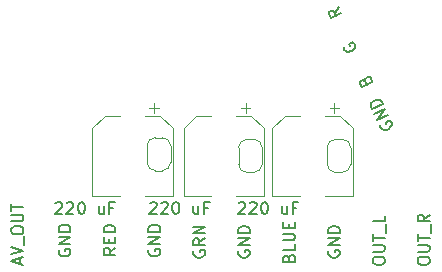
<source format=gbr>
%TF.GenerationSoftware,KiCad,Pcbnew,8.0.0*%
%TF.CreationDate,2025-10-17T20:28:49+03:00*%
%TF.ProjectId,SCART_Cable_Breakout,53434152-545f-4436-9162-6c655f427265,rev?*%
%TF.SameCoordinates,Original*%
%TF.FileFunction,Legend,Top*%
%TF.FilePolarity,Positive*%
%FSLAX46Y46*%
G04 Gerber Fmt 4.6, Leading zero omitted, Abs format (unit mm)*
G04 Created by KiCad (PCBNEW 8.0.0) date 2025-10-17 20:28:49*
%MOMM*%
%LPD*%
G01*
G04 APERTURE LIST*
%ADD10C,0.150000*%
%ADD11C,0.120000*%
G04 APERTURE END LIST*
D10*
X100617438Y-101939411D02*
X100569819Y-102034649D01*
X100569819Y-102034649D02*
X100569819Y-102177506D01*
X100569819Y-102177506D02*
X100617438Y-102320363D01*
X100617438Y-102320363D02*
X100712676Y-102415601D01*
X100712676Y-102415601D02*
X100807914Y-102463220D01*
X100807914Y-102463220D02*
X100998390Y-102510839D01*
X100998390Y-102510839D02*
X101141247Y-102510839D01*
X101141247Y-102510839D02*
X101331723Y-102463220D01*
X101331723Y-102463220D02*
X101426961Y-102415601D01*
X101426961Y-102415601D02*
X101522200Y-102320363D01*
X101522200Y-102320363D02*
X101569819Y-102177506D01*
X101569819Y-102177506D02*
X101569819Y-102082268D01*
X101569819Y-102082268D02*
X101522200Y-101939411D01*
X101522200Y-101939411D02*
X101474580Y-101891792D01*
X101474580Y-101891792D02*
X101141247Y-101891792D01*
X101141247Y-101891792D02*
X101141247Y-102082268D01*
X101569819Y-101463220D02*
X100569819Y-101463220D01*
X100569819Y-101463220D02*
X101569819Y-100891792D01*
X101569819Y-100891792D02*
X100569819Y-100891792D01*
X101569819Y-100415601D02*
X100569819Y-100415601D01*
X100569819Y-100415601D02*
X100569819Y-100177506D01*
X100569819Y-100177506D02*
X100617438Y-100034649D01*
X100617438Y-100034649D02*
X100712676Y-99939411D01*
X100712676Y-99939411D02*
X100807914Y-99891792D01*
X100807914Y-99891792D02*
X100998390Y-99844173D01*
X100998390Y-99844173D02*
X101141247Y-99844173D01*
X101141247Y-99844173D02*
X101331723Y-99891792D01*
X101331723Y-99891792D02*
X101426961Y-99939411D01*
X101426961Y-99939411D02*
X101522200Y-100034649D01*
X101522200Y-100034649D02*
X101569819Y-100177506D01*
X101569819Y-100177506D02*
X101569819Y-100415601D01*
X82569819Y-101691792D02*
X82093628Y-102025125D01*
X82569819Y-102263220D02*
X81569819Y-102263220D01*
X81569819Y-102263220D02*
X81569819Y-101882268D01*
X81569819Y-101882268D02*
X81617438Y-101787030D01*
X81617438Y-101787030D02*
X81665057Y-101739411D01*
X81665057Y-101739411D02*
X81760295Y-101691792D01*
X81760295Y-101691792D02*
X81903152Y-101691792D01*
X81903152Y-101691792D02*
X81998390Y-101739411D01*
X81998390Y-101739411D02*
X82046009Y-101787030D01*
X82046009Y-101787030D02*
X82093628Y-101882268D01*
X82093628Y-101882268D02*
X82093628Y-102263220D01*
X82046009Y-101263220D02*
X82046009Y-100929887D01*
X82569819Y-100787030D02*
X82569819Y-101263220D01*
X82569819Y-101263220D02*
X81569819Y-101263220D01*
X81569819Y-101263220D02*
X81569819Y-100787030D01*
X82569819Y-100358458D02*
X81569819Y-100358458D01*
X81569819Y-100358458D02*
X81569819Y-100120363D01*
X81569819Y-100120363D02*
X81617438Y-99977506D01*
X81617438Y-99977506D02*
X81712676Y-99882268D01*
X81712676Y-99882268D02*
X81807914Y-99834649D01*
X81807914Y-99834649D02*
X81998390Y-99787030D01*
X81998390Y-99787030D02*
X82141247Y-99787030D01*
X82141247Y-99787030D02*
X82331723Y-99834649D01*
X82331723Y-99834649D02*
X82426961Y-99882268D01*
X82426961Y-99882268D02*
X82522200Y-99977506D01*
X82522200Y-99977506D02*
X82569819Y-100120363D01*
X82569819Y-100120363D02*
X82569819Y-100358458D01*
X74484104Y-103010839D02*
X74484104Y-102534649D01*
X74769819Y-103106077D02*
X73769819Y-102772744D01*
X73769819Y-102772744D02*
X74769819Y-102439411D01*
X73769819Y-102248934D02*
X74769819Y-101915601D01*
X74769819Y-101915601D02*
X73769819Y-101582268D01*
X74865057Y-101487030D02*
X74865057Y-100725125D01*
X73769819Y-100296553D02*
X73769819Y-100106077D01*
X73769819Y-100106077D02*
X73817438Y-100010839D01*
X73817438Y-100010839D02*
X73912676Y-99915601D01*
X73912676Y-99915601D02*
X74103152Y-99867982D01*
X74103152Y-99867982D02*
X74436485Y-99867982D01*
X74436485Y-99867982D02*
X74626961Y-99915601D01*
X74626961Y-99915601D02*
X74722200Y-100010839D01*
X74722200Y-100010839D02*
X74769819Y-100106077D01*
X74769819Y-100106077D02*
X74769819Y-100296553D01*
X74769819Y-100296553D02*
X74722200Y-100391791D01*
X74722200Y-100391791D02*
X74626961Y-100487029D01*
X74626961Y-100487029D02*
X74436485Y-100534648D01*
X74436485Y-100534648D02*
X74103152Y-100534648D01*
X74103152Y-100534648D02*
X73912676Y-100487029D01*
X73912676Y-100487029D02*
X73817438Y-100391791D01*
X73817438Y-100391791D02*
X73769819Y-100296553D01*
X73769819Y-99439410D02*
X74579342Y-99439410D01*
X74579342Y-99439410D02*
X74674580Y-99391791D01*
X74674580Y-99391791D02*
X74722200Y-99344172D01*
X74722200Y-99344172D02*
X74769819Y-99248934D01*
X74769819Y-99248934D02*
X74769819Y-99058458D01*
X74769819Y-99058458D02*
X74722200Y-98963220D01*
X74722200Y-98963220D02*
X74674580Y-98915601D01*
X74674580Y-98915601D02*
X74579342Y-98867982D01*
X74579342Y-98867982D02*
X73769819Y-98867982D01*
X73769819Y-98534648D02*
X73769819Y-97963220D01*
X74769819Y-98248934D02*
X73769819Y-98248934D01*
X97246009Y-102529887D02*
X97293628Y-102387030D01*
X97293628Y-102387030D02*
X97341247Y-102339411D01*
X97341247Y-102339411D02*
X97436485Y-102291792D01*
X97436485Y-102291792D02*
X97579342Y-102291792D01*
X97579342Y-102291792D02*
X97674580Y-102339411D01*
X97674580Y-102339411D02*
X97722200Y-102387030D01*
X97722200Y-102387030D02*
X97769819Y-102482268D01*
X97769819Y-102482268D02*
X97769819Y-102863220D01*
X97769819Y-102863220D02*
X96769819Y-102863220D01*
X96769819Y-102863220D02*
X96769819Y-102529887D01*
X96769819Y-102529887D02*
X96817438Y-102434649D01*
X96817438Y-102434649D02*
X96865057Y-102387030D01*
X96865057Y-102387030D02*
X96960295Y-102339411D01*
X96960295Y-102339411D02*
X97055533Y-102339411D01*
X97055533Y-102339411D02*
X97150771Y-102387030D01*
X97150771Y-102387030D02*
X97198390Y-102434649D01*
X97198390Y-102434649D02*
X97246009Y-102529887D01*
X97246009Y-102529887D02*
X97246009Y-102863220D01*
X97769819Y-101387030D02*
X97769819Y-101863220D01*
X97769819Y-101863220D02*
X96769819Y-101863220D01*
X96769819Y-101053696D02*
X97579342Y-101053696D01*
X97579342Y-101053696D02*
X97674580Y-101006077D01*
X97674580Y-101006077D02*
X97722200Y-100958458D01*
X97722200Y-100958458D02*
X97769819Y-100863220D01*
X97769819Y-100863220D02*
X97769819Y-100672744D01*
X97769819Y-100672744D02*
X97722200Y-100577506D01*
X97722200Y-100577506D02*
X97674580Y-100529887D01*
X97674580Y-100529887D02*
X97579342Y-100482268D01*
X97579342Y-100482268D02*
X96769819Y-100482268D01*
X97246009Y-100006077D02*
X97246009Y-99672744D01*
X97769819Y-99529887D02*
X97769819Y-100006077D01*
X97769819Y-100006077D02*
X96769819Y-100006077D01*
X96769819Y-100006077D02*
X96769819Y-99529887D01*
X89217438Y-101939411D02*
X89169819Y-102034649D01*
X89169819Y-102034649D02*
X89169819Y-102177506D01*
X89169819Y-102177506D02*
X89217438Y-102320363D01*
X89217438Y-102320363D02*
X89312676Y-102415601D01*
X89312676Y-102415601D02*
X89407914Y-102463220D01*
X89407914Y-102463220D02*
X89598390Y-102510839D01*
X89598390Y-102510839D02*
X89741247Y-102510839D01*
X89741247Y-102510839D02*
X89931723Y-102463220D01*
X89931723Y-102463220D02*
X90026961Y-102415601D01*
X90026961Y-102415601D02*
X90122200Y-102320363D01*
X90122200Y-102320363D02*
X90169819Y-102177506D01*
X90169819Y-102177506D02*
X90169819Y-102082268D01*
X90169819Y-102082268D02*
X90122200Y-101939411D01*
X90122200Y-101939411D02*
X90074580Y-101891792D01*
X90074580Y-101891792D02*
X89741247Y-101891792D01*
X89741247Y-101891792D02*
X89741247Y-102082268D01*
X90169819Y-100891792D02*
X89693628Y-101225125D01*
X90169819Y-101463220D02*
X89169819Y-101463220D01*
X89169819Y-101463220D02*
X89169819Y-101082268D01*
X89169819Y-101082268D02*
X89217438Y-100987030D01*
X89217438Y-100987030D02*
X89265057Y-100939411D01*
X89265057Y-100939411D02*
X89360295Y-100891792D01*
X89360295Y-100891792D02*
X89503152Y-100891792D01*
X89503152Y-100891792D02*
X89598390Y-100939411D01*
X89598390Y-100939411D02*
X89646009Y-100987030D01*
X89646009Y-100987030D02*
X89693628Y-101082268D01*
X89693628Y-101082268D02*
X89693628Y-101463220D01*
X90169819Y-100463220D02*
X89169819Y-100463220D01*
X89169819Y-100463220D02*
X90169819Y-99891792D01*
X90169819Y-99891792D02*
X89169819Y-99891792D01*
X108169819Y-102872744D02*
X108169819Y-102682268D01*
X108169819Y-102682268D02*
X108217438Y-102587030D01*
X108217438Y-102587030D02*
X108312676Y-102491792D01*
X108312676Y-102491792D02*
X108503152Y-102444173D01*
X108503152Y-102444173D02*
X108836485Y-102444173D01*
X108836485Y-102444173D02*
X109026961Y-102491792D01*
X109026961Y-102491792D02*
X109122200Y-102587030D01*
X109122200Y-102587030D02*
X109169819Y-102682268D01*
X109169819Y-102682268D02*
X109169819Y-102872744D01*
X109169819Y-102872744D02*
X109122200Y-102967982D01*
X109122200Y-102967982D02*
X109026961Y-103063220D01*
X109026961Y-103063220D02*
X108836485Y-103110839D01*
X108836485Y-103110839D02*
X108503152Y-103110839D01*
X108503152Y-103110839D02*
X108312676Y-103063220D01*
X108312676Y-103063220D02*
X108217438Y-102967982D01*
X108217438Y-102967982D02*
X108169819Y-102872744D01*
X108169819Y-102015601D02*
X108979342Y-102015601D01*
X108979342Y-102015601D02*
X109074580Y-101967982D01*
X109074580Y-101967982D02*
X109122200Y-101920363D01*
X109122200Y-101920363D02*
X109169819Y-101825125D01*
X109169819Y-101825125D02*
X109169819Y-101634649D01*
X109169819Y-101634649D02*
X109122200Y-101539411D01*
X109122200Y-101539411D02*
X109074580Y-101491792D01*
X109074580Y-101491792D02*
X108979342Y-101444173D01*
X108979342Y-101444173D02*
X108169819Y-101444173D01*
X108169819Y-101110839D02*
X108169819Y-100539411D01*
X109169819Y-100825125D02*
X108169819Y-100825125D01*
X109265057Y-100444173D02*
X109265057Y-99682268D01*
X109169819Y-98872744D02*
X108693628Y-99206077D01*
X109169819Y-99444172D02*
X108169819Y-99444172D01*
X108169819Y-99444172D02*
X108169819Y-99063220D01*
X108169819Y-99063220D02*
X108217438Y-98967982D01*
X108217438Y-98967982D02*
X108265057Y-98920363D01*
X108265057Y-98920363D02*
X108360295Y-98872744D01*
X108360295Y-98872744D02*
X108503152Y-98872744D01*
X108503152Y-98872744D02*
X108598390Y-98920363D01*
X108598390Y-98920363D02*
X108646009Y-98967982D01*
X108646009Y-98967982D02*
X108693628Y-99063220D01*
X108693628Y-99063220D02*
X108693628Y-99444172D01*
X85417438Y-101839411D02*
X85369819Y-101934649D01*
X85369819Y-101934649D02*
X85369819Y-102077506D01*
X85369819Y-102077506D02*
X85417438Y-102220363D01*
X85417438Y-102220363D02*
X85512676Y-102315601D01*
X85512676Y-102315601D02*
X85607914Y-102363220D01*
X85607914Y-102363220D02*
X85798390Y-102410839D01*
X85798390Y-102410839D02*
X85941247Y-102410839D01*
X85941247Y-102410839D02*
X86131723Y-102363220D01*
X86131723Y-102363220D02*
X86226961Y-102315601D01*
X86226961Y-102315601D02*
X86322200Y-102220363D01*
X86322200Y-102220363D02*
X86369819Y-102077506D01*
X86369819Y-102077506D02*
X86369819Y-101982268D01*
X86369819Y-101982268D02*
X86322200Y-101839411D01*
X86322200Y-101839411D02*
X86274580Y-101791792D01*
X86274580Y-101791792D02*
X85941247Y-101791792D01*
X85941247Y-101791792D02*
X85941247Y-101982268D01*
X86369819Y-101363220D02*
X85369819Y-101363220D01*
X85369819Y-101363220D02*
X86369819Y-100791792D01*
X86369819Y-100791792D02*
X85369819Y-100791792D01*
X86369819Y-100315601D02*
X85369819Y-100315601D01*
X85369819Y-100315601D02*
X85369819Y-100077506D01*
X85369819Y-100077506D02*
X85417438Y-99934649D01*
X85417438Y-99934649D02*
X85512676Y-99839411D01*
X85512676Y-99839411D02*
X85607914Y-99791792D01*
X85607914Y-99791792D02*
X85798390Y-99744173D01*
X85798390Y-99744173D02*
X85941247Y-99744173D01*
X85941247Y-99744173D02*
X86131723Y-99791792D01*
X86131723Y-99791792D02*
X86226961Y-99839411D01*
X86226961Y-99839411D02*
X86322200Y-99934649D01*
X86322200Y-99934649D02*
X86369819Y-100077506D01*
X86369819Y-100077506D02*
X86369819Y-100315601D01*
X77817438Y-101839411D02*
X77769819Y-101934649D01*
X77769819Y-101934649D02*
X77769819Y-102077506D01*
X77769819Y-102077506D02*
X77817438Y-102220363D01*
X77817438Y-102220363D02*
X77912676Y-102315601D01*
X77912676Y-102315601D02*
X78007914Y-102363220D01*
X78007914Y-102363220D02*
X78198390Y-102410839D01*
X78198390Y-102410839D02*
X78341247Y-102410839D01*
X78341247Y-102410839D02*
X78531723Y-102363220D01*
X78531723Y-102363220D02*
X78626961Y-102315601D01*
X78626961Y-102315601D02*
X78722200Y-102220363D01*
X78722200Y-102220363D02*
X78769819Y-102077506D01*
X78769819Y-102077506D02*
X78769819Y-101982268D01*
X78769819Y-101982268D02*
X78722200Y-101839411D01*
X78722200Y-101839411D02*
X78674580Y-101791792D01*
X78674580Y-101791792D02*
X78341247Y-101791792D01*
X78341247Y-101791792D02*
X78341247Y-101982268D01*
X78769819Y-101363220D02*
X77769819Y-101363220D01*
X77769819Y-101363220D02*
X78769819Y-100791792D01*
X78769819Y-100791792D02*
X77769819Y-100791792D01*
X78769819Y-100315601D02*
X77769819Y-100315601D01*
X77769819Y-100315601D02*
X77769819Y-100077506D01*
X77769819Y-100077506D02*
X77817438Y-99934649D01*
X77817438Y-99934649D02*
X77912676Y-99839411D01*
X77912676Y-99839411D02*
X78007914Y-99791792D01*
X78007914Y-99791792D02*
X78198390Y-99744173D01*
X78198390Y-99744173D02*
X78341247Y-99744173D01*
X78341247Y-99744173D02*
X78531723Y-99791792D01*
X78531723Y-99791792D02*
X78626961Y-99839411D01*
X78626961Y-99839411D02*
X78722200Y-99934649D01*
X78722200Y-99934649D02*
X78769819Y-100077506D01*
X78769819Y-100077506D02*
X78769819Y-100315601D01*
X93017438Y-101939411D02*
X92969819Y-102034649D01*
X92969819Y-102034649D02*
X92969819Y-102177506D01*
X92969819Y-102177506D02*
X93017438Y-102320363D01*
X93017438Y-102320363D02*
X93112676Y-102415601D01*
X93112676Y-102415601D02*
X93207914Y-102463220D01*
X93207914Y-102463220D02*
X93398390Y-102510839D01*
X93398390Y-102510839D02*
X93541247Y-102510839D01*
X93541247Y-102510839D02*
X93731723Y-102463220D01*
X93731723Y-102463220D02*
X93826961Y-102415601D01*
X93826961Y-102415601D02*
X93922200Y-102320363D01*
X93922200Y-102320363D02*
X93969819Y-102177506D01*
X93969819Y-102177506D02*
X93969819Y-102082268D01*
X93969819Y-102082268D02*
X93922200Y-101939411D01*
X93922200Y-101939411D02*
X93874580Y-101891792D01*
X93874580Y-101891792D02*
X93541247Y-101891792D01*
X93541247Y-101891792D02*
X93541247Y-102082268D01*
X93969819Y-101463220D02*
X92969819Y-101463220D01*
X92969819Y-101463220D02*
X93969819Y-100891792D01*
X93969819Y-100891792D02*
X92969819Y-100891792D01*
X93969819Y-100415601D02*
X92969819Y-100415601D01*
X92969819Y-100415601D02*
X92969819Y-100177506D01*
X92969819Y-100177506D02*
X93017438Y-100034649D01*
X93017438Y-100034649D02*
X93112676Y-99939411D01*
X93112676Y-99939411D02*
X93207914Y-99891792D01*
X93207914Y-99891792D02*
X93398390Y-99844173D01*
X93398390Y-99844173D02*
X93541247Y-99844173D01*
X93541247Y-99844173D02*
X93731723Y-99891792D01*
X93731723Y-99891792D02*
X93826961Y-99939411D01*
X93826961Y-99939411D02*
X93922200Y-100034649D01*
X93922200Y-100034649D02*
X93969819Y-100177506D01*
X93969819Y-100177506D02*
X93969819Y-100415601D01*
X104369819Y-102872744D02*
X104369819Y-102682268D01*
X104369819Y-102682268D02*
X104417438Y-102587030D01*
X104417438Y-102587030D02*
X104512676Y-102491792D01*
X104512676Y-102491792D02*
X104703152Y-102444173D01*
X104703152Y-102444173D02*
X105036485Y-102444173D01*
X105036485Y-102444173D02*
X105226961Y-102491792D01*
X105226961Y-102491792D02*
X105322200Y-102587030D01*
X105322200Y-102587030D02*
X105369819Y-102682268D01*
X105369819Y-102682268D02*
X105369819Y-102872744D01*
X105369819Y-102872744D02*
X105322200Y-102967982D01*
X105322200Y-102967982D02*
X105226961Y-103063220D01*
X105226961Y-103063220D02*
X105036485Y-103110839D01*
X105036485Y-103110839D02*
X104703152Y-103110839D01*
X104703152Y-103110839D02*
X104512676Y-103063220D01*
X104512676Y-103063220D02*
X104417438Y-102967982D01*
X104417438Y-102967982D02*
X104369819Y-102872744D01*
X104369819Y-102015601D02*
X105179342Y-102015601D01*
X105179342Y-102015601D02*
X105274580Y-101967982D01*
X105274580Y-101967982D02*
X105322200Y-101920363D01*
X105322200Y-101920363D02*
X105369819Y-101825125D01*
X105369819Y-101825125D02*
X105369819Y-101634649D01*
X105369819Y-101634649D02*
X105322200Y-101539411D01*
X105322200Y-101539411D02*
X105274580Y-101491792D01*
X105274580Y-101491792D02*
X105179342Y-101444173D01*
X105179342Y-101444173D02*
X104369819Y-101444173D01*
X104369819Y-101110839D02*
X104369819Y-100539411D01*
X105369819Y-100825125D02*
X104369819Y-100825125D01*
X105465057Y-100444173D02*
X105465057Y-99682268D01*
X105369819Y-98967982D02*
X105369819Y-99444172D01*
X105369819Y-99444172D02*
X104369819Y-99444172D01*
X85500000Y-97900057D02*
X85547619Y-97852438D01*
X85547619Y-97852438D02*
X85642857Y-97804819D01*
X85642857Y-97804819D02*
X85880952Y-97804819D01*
X85880952Y-97804819D02*
X85976190Y-97852438D01*
X85976190Y-97852438D02*
X86023809Y-97900057D01*
X86023809Y-97900057D02*
X86071428Y-97995295D01*
X86071428Y-97995295D02*
X86071428Y-98090533D01*
X86071428Y-98090533D02*
X86023809Y-98233390D01*
X86023809Y-98233390D02*
X85452381Y-98804819D01*
X85452381Y-98804819D02*
X86071428Y-98804819D01*
X86452381Y-97900057D02*
X86500000Y-97852438D01*
X86500000Y-97852438D02*
X86595238Y-97804819D01*
X86595238Y-97804819D02*
X86833333Y-97804819D01*
X86833333Y-97804819D02*
X86928571Y-97852438D01*
X86928571Y-97852438D02*
X86976190Y-97900057D01*
X86976190Y-97900057D02*
X87023809Y-97995295D01*
X87023809Y-97995295D02*
X87023809Y-98090533D01*
X87023809Y-98090533D02*
X86976190Y-98233390D01*
X86976190Y-98233390D02*
X86404762Y-98804819D01*
X86404762Y-98804819D02*
X87023809Y-98804819D01*
X87642857Y-97804819D02*
X87738095Y-97804819D01*
X87738095Y-97804819D02*
X87833333Y-97852438D01*
X87833333Y-97852438D02*
X87880952Y-97900057D01*
X87880952Y-97900057D02*
X87928571Y-97995295D01*
X87928571Y-97995295D02*
X87976190Y-98185771D01*
X87976190Y-98185771D02*
X87976190Y-98423866D01*
X87976190Y-98423866D02*
X87928571Y-98614342D01*
X87928571Y-98614342D02*
X87880952Y-98709580D01*
X87880952Y-98709580D02*
X87833333Y-98757200D01*
X87833333Y-98757200D02*
X87738095Y-98804819D01*
X87738095Y-98804819D02*
X87642857Y-98804819D01*
X87642857Y-98804819D02*
X87547619Y-98757200D01*
X87547619Y-98757200D02*
X87500000Y-98709580D01*
X87500000Y-98709580D02*
X87452381Y-98614342D01*
X87452381Y-98614342D02*
X87404762Y-98423866D01*
X87404762Y-98423866D02*
X87404762Y-98185771D01*
X87404762Y-98185771D02*
X87452381Y-97995295D01*
X87452381Y-97995295D02*
X87500000Y-97900057D01*
X87500000Y-97900057D02*
X87547619Y-97852438D01*
X87547619Y-97852438D02*
X87642857Y-97804819D01*
X89595238Y-98138152D02*
X89595238Y-98804819D01*
X89166667Y-98138152D02*
X89166667Y-98661961D01*
X89166667Y-98661961D02*
X89214286Y-98757200D01*
X89214286Y-98757200D02*
X89309524Y-98804819D01*
X89309524Y-98804819D02*
X89452381Y-98804819D01*
X89452381Y-98804819D02*
X89547619Y-98757200D01*
X89547619Y-98757200D02*
X89595238Y-98709580D01*
X90404762Y-98281009D02*
X90071429Y-98281009D01*
X90071429Y-98804819D02*
X90071429Y-97804819D01*
X90071429Y-97804819D02*
X90547619Y-97804819D01*
X77500000Y-97900057D02*
X77547619Y-97852438D01*
X77547619Y-97852438D02*
X77642857Y-97804819D01*
X77642857Y-97804819D02*
X77880952Y-97804819D01*
X77880952Y-97804819D02*
X77976190Y-97852438D01*
X77976190Y-97852438D02*
X78023809Y-97900057D01*
X78023809Y-97900057D02*
X78071428Y-97995295D01*
X78071428Y-97995295D02*
X78071428Y-98090533D01*
X78071428Y-98090533D02*
X78023809Y-98233390D01*
X78023809Y-98233390D02*
X77452381Y-98804819D01*
X77452381Y-98804819D02*
X78071428Y-98804819D01*
X78452381Y-97900057D02*
X78500000Y-97852438D01*
X78500000Y-97852438D02*
X78595238Y-97804819D01*
X78595238Y-97804819D02*
X78833333Y-97804819D01*
X78833333Y-97804819D02*
X78928571Y-97852438D01*
X78928571Y-97852438D02*
X78976190Y-97900057D01*
X78976190Y-97900057D02*
X79023809Y-97995295D01*
X79023809Y-97995295D02*
X79023809Y-98090533D01*
X79023809Y-98090533D02*
X78976190Y-98233390D01*
X78976190Y-98233390D02*
X78404762Y-98804819D01*
X78404762Y-98804819D02*
X79023809Y-98804819D01*
X79642857Y-97804819D02*
X79738095Y-97804819D01*
X79738095Y-97804819D02*
X79833333Y-97852438D01*
X79833333Y-97852438D02*
X79880952Y-97900057D01*
X79880952Y-97900057D02*
X79928571Y-97995295D01*
X79928571Y-97995295D02*
X79976190Y-98185771D01*
X79976190Y-98185771D02*
X79976190Y-98423866D01*
X79976190Y-98423866D02*
X79928571Y-98614342D01*
X79928571Y-98614342D02*
X79880952Y-98709580D01*
X79880952Y-98709580D02*
X79833333Y-98757200D01*
X79833333Y-98757200D02*
X79738095Y-98804819D01*
X79738095Y-98804819D02*
X79642857Y-98804819D01*
X79642857Y-98804819D02*
X79547619Y-98757200D01*
X79547619Y-98757200D02*
X79500000Y-98709580D01*
X79500000Y-98709580D02*
X79452381Y-98614342D01*
X79452381Y-98614342D02*
X79404762Y-98423866D01*
X79404762Y-98423866D02*
X79404762Y-98185771D01*
X79404762Y-98185771D02*
X79452381Y-97995295D01*
X79452381Y-97995295D02*
X79500000Y-97900057D01*
X79500000Y-97900057D02*
X79547619Y-97852438D01*
X79547619Y-97852438D02*
X79642857Y-97804819D01*
X81595238Y-98138152D02*
X81595238Y-98804819D01*
X81166667Y-98138152D02*
X81166667Y-98661961D01*
X81166667Y-98661961D02*
X81214286Y-98757200D01*
X81214286Y-98757200D02*
X81309524Y-98804819D01*
X81309524Y-98804819D02*
X81452381Y-98804819D01*
X81452381Y-98804819D02*
X81547619Y-98757200D01*
X81547619Y-98757200D02*
X81595238Y-98709580D01*
X82404762Y-98281009D02*
X82071429Y-98281009D01*
X82071429Y-98804819D02*
X82071429Y-97804819D01*
X82071429Y-97804819D02*
X82547619Y-97804819D01*
X101894986Y-84704707D02*
X101892264Y-84811152D01*
X101892264Y-84811152D02*
X101952863Y-84940519D01*
X101952863Y-84940519D02*
X102056586Y-85049686D01*
X102056586Y-85049686D02*
X102183230Y-85095531D01*
X102183230Y-85095531D02*
X102289675Y-85098253D01*
X102289675Y-85098253D02*
X102482364Y-85060575D01*
X102482364Y-85060575D02*
X102611731Y-84999975D01*
X102611731Y-84999975D02*
X102764021Y-84876053D01*
X102764021Y-84876053D02*
X102830065Y-84792531D01*
X102830065Y-84792531D02*
X102875910Y-84665886D01*
X102875910Y-84665886D02*
X102858432Y-84516319D01*
X102858432Y-84516319D02*
X102818032Y-84430075D01*
X102818032Y-84430075D02*
X102714310Y-84320908D01*
X102714310Y-84320908D02*
X102650988Y-84297985D01*
X102650988Y-84297985D02*
X102349132Y-84439385D01*
X102349132Y-84439385D02*
X102429931Y-84611875D01*
X104991642Y-91315359D02*
X104988920Y-91421804D01*
X104988920Y-91421804D02*
X105049519Y-91551171D01*
X105049519Y-91551171D02*
X105153242Y-91660338D01*
X105153242Y-91660338D02*
X105279886Y-91706183D01*
X105279886Y-91706183D02*
X105386331Y-91708905D01*
X105386331Y-91708905D02*
X105579020Y-91671227D01*
X105579020Y-91671227D02*
X105708387Y-91610627D01*
X105708387Y-91610627D02*
X105860677Y-91486705D01*
X105860677Y-91486705D02*
X105926721Y-91403183D01*
X105926721Y-91403183D02*
X105972566Y-91276538D01*
X105972566Y-91276538D02*
X105955088Y-91126971D01*
X105955088Y-91126971D02*
X105914688Y-91040727D01*
X105914688Y-91040727D02*
X105810966Y-90931560D01*
X105810966Y-90931560D02*
X105747644Y-90908637D01*
X105747644Y-90908637D02*
X105445788Y-91050037D01*
X105445788Y-91050037D02*
X105526587Y-91222527D01*
X105652089Y-90480137D02*
X104746520Y-90904336D01*
X104746520Y-90904336D02*
X105409689Y-89962669D01*
X105409689Y-89962669D02*
X104504120Y-90386868D01*
X105207689Y-89531446D02*
X104302121Y-89955645D01*
X104302121Y-89955645D02*
X104201121Y-89740033D01*
X104201121Y-89740033D02*
X104183643Y-89590466D01*
X104183643Y-89590466D02*
X104229488Y-89463822D01*
X104229488Y-89463822D02*
X104295532Y-89380300D01*
X104295532Y-89380300D02*
X104447822Y-89256377D01*
X104447822Y-89256377D02*
X104577189Y-89195777D01*
X104577189Y-89195777D02*
X104769878Y-89158100D01*
X104769878Y-89158100D02*
X104876323Y-89160822D01*
X104876323Y-89160822D02*
X105002967Y-89206667D01*
X105002967Y-89206667D02*
X105106689Y-89315834D01*
X105106689Y-89315834D02*
X105207689Y-89531446D01*
X103721325Y-87593217D02*
X103703847Y-87443650D01*
X103703847Y-87443650D02*
X103726770Y-87380328D01*
X103726770Y-87380328D02*
X103792814Y-87296805D01*
X103792814Y-87296805D02*
X103922181Y-87236205D01*
X103922181Y-87236205D02*
X104028626Y-87238928D01*
X104028626Y-87238928D02*
X104091948Y-87261850D01*
X104091948Y-87261850D02*
X104175470Y-87327895D01*
X104175470Y-87327895D02*
X104337070Y-87672873D01*
X104337070Y-87672873D02*
X103431501Y-88097073D01*
X103431501Y-88097073D02*
X103290102Y-87795217D01*
X103290102Y-87795217D02*
X103292824Y-87688772D01*
X103292824Y-87688772D02*
X103315746Y-87625450D01*
X103315746Y-87625450D02*
X103381791Y-87541927D01*
X103381791Y-87541927D02*
X103468036Y-87501527D01*
X103468036Y-87501527D02*
X103574480Y-87504250D01*
X103574480Y-87504250D02*
X103637802Y-87527172D01*
X103637802Y-87527172D02*
X103721325Y-87593217D01*
X103721325Y-87593217D02*
X103862725Y-87895073D01*
X101470351Y-81317345D02*
X101180528Y-81821201D01*
X101712751Y-81834812D02*
X100807182Y-82259012D01*
X100807182Y-82259012D02*
X100645583Y-81914033D01*
X100645583Y-81914033D02*
X100648305Y-81807589D01*
X100648305Y-81807589D02*
X100671227Y-81744266D01*
X100671227Y-81744266D02*
X100737272Y-81660744D01*
X100737272Y-81660744D02*
X100866639Y-81600144D01*
X100866639Y-81600144D02*
X100973084Y-81602867D01*
X100973084Y-81602867D02*
X101036406Y-81625789D01*
X101036406Y-81625789D02*
X101119928Y-81691834D01*
X101119928Y-81691834D02*
X101281528Y-82036812D01*
X93000000Y-97900057D02*
X93047619Y-97852438D01*
X93047619Y-97852438D02*
X93142857Y-97804819D01*
X93142857Y-97804819D02*
X93380952Y-97804819D01*
X93380952Y-97804819D02*
X93476190Y-97852438D01*
X93476190Y-97852438D02*
X93523809Y-97900057D01*
X93523809Y-97900057D02*
X93571428Y-97995295D01*
X93571428Y-97995295D02*
X93571428Y-98090533D01*
X93571428Y-98090533D02*
X93523809Y-98233390D01*
X93523809Y-98233390D02*
X92952381Y-98804819D01*
X92952381Y-98804819D02*
X93571428Y-98804819D01*
X93952381Y-97900057D02*
X94000000Y-97852438D01*
X94000000Y-97852438D02*
X94095238Y-97804819D01*
X94095238Y-97804819D02*
X94333333Y-97804819D01*
X94333333Y-97804819D02*
X94428571Y-97852438D01*
X94428571Y-97852438D02*
X94476190Y-97900057D01*
X94476190Y-97900057D02*
X94523809Y-97995295D01*
X94523809Y-97995295D02*
X94523809Y-98090533D01*
X94523809Y-98090533D02*
X94476190Y-98233390D01*
X94476190Y-98233390D02*
X93904762Y-98804819D01*
X93904762Y-98804819D02*
X94523809Y-98804819D01*
X95142857Y-97804819D02*
X95238095Y-97804819D01*
X95238095Y-97804819D02*
X95333333Y-97852438D01*
X95333333Y-97852438D02*
X95380952Y-97900057D01*
X95380952Y-97900057D02*
X95428571Y-97995295D01*
X95428571Y-97995295D02*
X95476190Y-98185771D01*
X95476190Y-98185771D02*
X95476190Y-98423866D01*
X95476190Y-98423866D02*
X95428571Y-98614342D01*
X95428571Y-98614342D02*
X95380952Y-98709580D01*
X95380952Y-98709580D02*
X95333333Y-98757200D01*
X95333333Y-98757200D02*
X95238095Y-98804819D01*
X95238095Y-98804819D02*
X95142857Y-98804819D01*
X95142857Y-98804819D02*
X95047619Y-98757200D01*
X95047619Y-98757200D02*
X95000000Y-98709580D01*
X95000000Y-98709580D02*
X94952381Y-98614342D01*
X94952381Y-98614342D02*
X94904762Y-98423866D01*
X94904762Y-98423866D02*
X94904762Y-98185771D01*
X94904762Y-98185771D02*
X94952381Y-97995295D01*
X94952381Y-97995295D02*
X95000000Y-97900057D01*
X95000000Y-97900057D02*
X95047619Y-97852438D01*
X95047619Y-97852438D02*
X95142857Y-97804819D01*
X97095238Y-98138152D02*
X97095238Y-98804819D01*
X96666667Y-98138152D02*
X96666667Y-98661961D01*
X96666667Y-98661961D02*
X96714286Y-98757200D01*
X96714286Y-98757200D02*
X96809524Y-98804819D01*
X96809524Y-98804819D02*
X96952381Y-98804819D01*
X96952381Y-98804819D02*
X97047619Y-98757200D01*
X97047619Y-98757200D02*
X97095238Y-98709580D01*
X97904762Y-98281009D02*
X97571429Y-98281009D01*
X97571429Y-98804819D02*
X97571429Y-97804819D01*
X97571429Y-97804819D02*
X98047619Y-97804819D01*
D11*
%TO.C,JP2*%
X93000000Y-94600000D02*
X93000000Y-93200000D01*
X93700000Y-92500000D02*
X94300000Y-92500000D01*
X94300000Y-95300000D02*
X93700000Y-95300000D01*
X95000000Y-93200000D02*
X95000000Y-94600000D01*
X93000000Y-93200000D02*
G75*
G02*
X93700000Y-92500000I700000J0D01*
G01*
X93700000Y-95300000D02*
G75*
G02*
X93000000Y-94600000I-1J699999D01*
G01*
X94300000Y-92500000D02*
G75*
G02*
X95000000Y-93200000I0J-700000D01*
G01*
X95000000Y-94600000D02*
G75*
G02*
X94300000Y-95300000I-699999J-1D01*
G01*
%TO.C,C2*%
X88340000Y-91554437D02*
X88340000Y-97310000D01*
X88340000Y-97310000D02*
X90690000Y-97310000D01*
X89404437Y-90490000D02*
X88340000Y-91554437D01*
X89404437Y-90490000D02*
X90690000Y-90490000D01*
X93597500Y-89462500D02*
X93597500Y-90250000D01*
X93991250Y-89856250D02*
X93203750Y-89856250D01*
X94095563Y-90490000D02*
X92810000Y-90490000D01*
X94095563Y-90490000D02*
X95160000Y-91554437D01*
X95160000Y-91554437D02*
X95160000Y-97310000D01*
X95160000Y-97310000D02*
X92810000Y-97310000D01*
%TO.C,C1*%
X80590000Y-91554437D02*
X80590000Y-97310000D01*
X80590000Y-97310000D02*
X82940000Y-97310000D01*
X81654437Y-90490000D02*
X80590000Y-91554437D01*
X81654437Y-90490000D02*
X82940000Y-90490000D01*
X85847500Y-89462500D02*
X85847500Y-90250000D01*
X86241250Y-89856250D02*
X85453750Y-89856250D01*
X86345563Y-90490000D02*
X85060000Y-90490000D01*
X86345563Y-90490000D02*
X87410000Y-91554437D01*
X87410000Y-91554437D02*
X87410000Y-97310000D01*
X87410000Y-97310000D02*
X85060000Y-97310000D01*
%TO.C,JP1*%
X85250000Y-94450000D02*
X85250000Y-93050000D01*
X85950000Y-92350000D02*
X86550000Y-92350000D01*
X86550000Y-95150000D02*
X85950000Y-95150000D01*
X87250000Y-93050000D02*
X87250000Y-94450000D01*
X85250000Y-93050000D02*
G75*
G02*
X85950000Y-92350000I700000J0D01*
G01*
X85950000Y-95150000D02*
G75*
G02*
X85250000Y-94450000I-1J699999D01*
G01*
X86550000Y-92350000D02*
G75*
G02*
X87250000Y-93050000I0J-700000D01*
G01*
X87250000Y-94450000D02*
G75*
G02*
X86550000Y-95150000I-699999J-1D01*
G01*
%TO.C,JP3*%
X100500000Y-94600000D02*
X100500000Y-93200000D01*
X101200000Y-92500000D02*
X101800000Y-92500000D01*
X101800000Y-95300000D02*
X101200000Y-95300000D01*
X102500000Y-93200000D02*
X102500000Y-94600000D01*
X100500000Y-93200000D02*
G75*
G02*
X101200000Y-92500000I700000J0D01*
G01*
X101200000Y-95300000D02*
G75*
G02*
X100500000Y-94600000I-1J699999D01*
G01*
X101800000Y-92500000D02*
G75*
G02*
X102500000Y-93200000I0J-700000D01*
G01*
X102500000Y-94600000D02*
G75*
G02*
X101800000Y-95300000I-699999J-1D01*
G01*
%TO.C,C3*%
X95840000Y-91554437D02*
X95840000Y-97310000D01*
X95840000Y-97310000D02*
X98190000Y-97310000D01*
X96904437Y-90490000D02*
X95840000Y-91554437D01*
X96904437Y-90490000D02*
X98190000Y-90490000D01*
X101097500Y-89462500D02*
X101097500Y-90250000D01*
X101491250Y-89856250D02*
X100703750Y-89856250D01*
X101595563Y-90490000D02*
X100310000Y-90490000D01*
X101595563Y-90490000D02*
X102660000Y-91554437D01*
X102660000Y-91554437D02*
X102660000Y-97310000D01*
X102660000Y-97310000D02*
X100310000Y-97310000D01*
%TD*%
M02*

</source>
